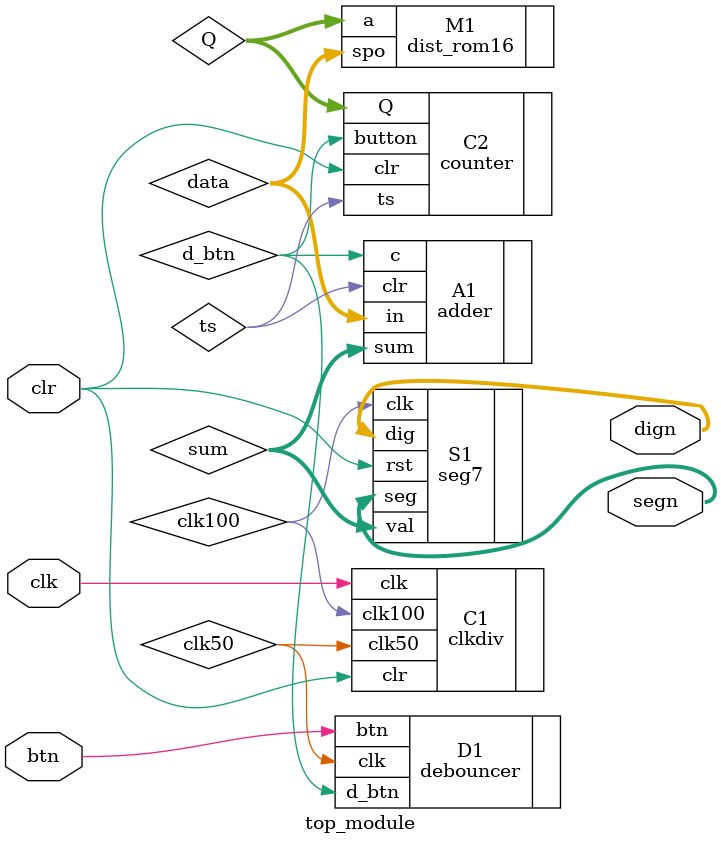
<source format=v>
`timescale 1ns / 1ps
module top_module(
		input clk, clr, btn,
		output [3:0] dign,
		output [6:0] segn
    );

wire clk50,clk100, d_btn, ts;
wire [3:0] Q;
wire [7:0] data;
wire [15:0] sum;

clkdiv C1(.clk(clk), .clr(clr), .clk50(clk50), .clk100(clk100));
dist_rom16 M1(.a(Q), .spo(data));
debouncer D1(.btn(btn), .clk(clk50), .d_btn(d_btn));
counter C2(.button(d_btn), .clr(clr), .Q(Q), .ts(ts));
adder A1 (.in(data), .c(d_btn), .clr(ts), .sum(sum));
seg7 S1 (.val(sum), .clk(clk100), .rst(clr), .dig(dign), .seg(segn));

endmodule

</source>
